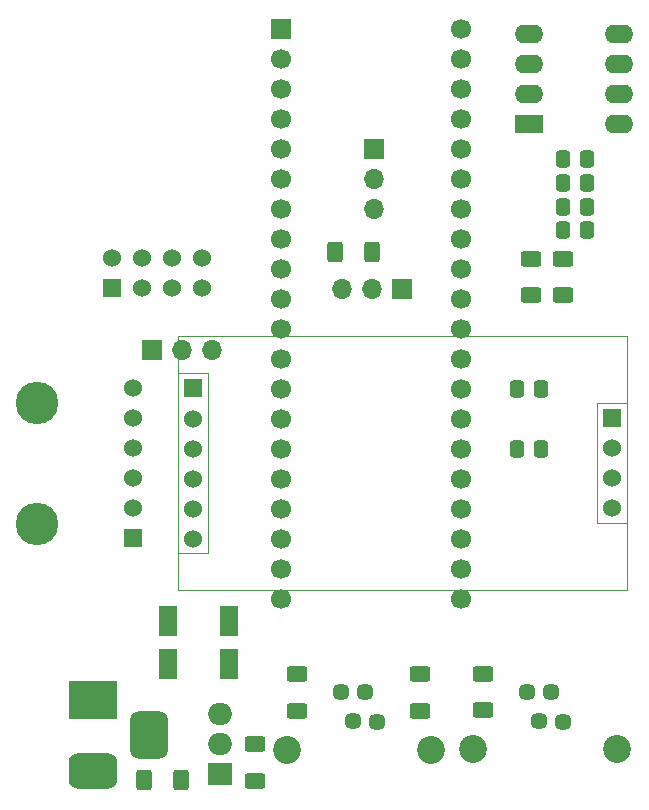
<source format=gbr>
G04 #@! TF.GenerationSoftware,KiCad,Pcbnew,(6.0.4)*
G04 #@! TF.CreationDate,2023-10-25T12:50:42+07:00*
G04 #@! TF.ProjectId,Station-Hardware-ver-01,53746174-696f-46e2-9d48-617264776172,rev?*
G04 #@! TF.SameCoordinates,Original*
G04 #@! TF.FileFunction,Soldermask,Bot*
G04 #@! TF.FilePolarity,Negative*
%FSLAX46Y46*%
G04 Gerber Fmt 4.6, Leading zero omitted, Abs format (unit mm)*
G04 Created by KiCad (PCBNEW (6.0.4)) date 2023-10-25 12:50:42*
%MOMM*%
%LPD*%
G01*
G04 APERTURE LIST*
G04 Aperture macros list*
%AMRoundRect*
0 Rectangle with rounded corners*
0 $1 Rounding radius*
0 $2 $3 $4 $5 $6 $7 $8 $9 X,Y pos of 4 corners*
0 Add a 4 corners polygon primitive as box body*
4,1,4,$2,$3,$4,$5,$6,$7,$8,$9,$2,$3,0*
0 Add four circle primitives for the rounded corners*
1,1,$1+$1,$2,$3*
1,1,$1+$1,$4,$5*
1,1,$1+$1,$6,$7*
1,1,$1+$1,$8,$9*
0 Add four rect primitives between the rounded corners*
20,1,$1+$1,$2,$3,$4,$5,0*
20,1,$1+$1,$4,$5,$6,$7,0*
20,1,$1+$1,$6,$7,$8,$9,0*
20,1,$1+$1,$8,$9,$2,$3,0*%
G04 Aperture macros list end*
%ADD10C,0.120000*%
%ADD11R,1.524000X1.524000*%
%ADD12C,1.524000*%
%ADD13C,1.700000*%
%ADD14R,1.700000X1.700000*%
%ADD15C,3.600000*%
%ADD16C,2.360000*%
%ADD17C,1.450000*%
%ADD18O,1.700000X1.700000*%
%ADD19RoundRect,0.800000X0.800000X-1.250000X0.800000X1.250000X-0.800000X1.250000X-0.800000X-1.250000X0*%
%ADD20RoundRect,0.750000X1.300000X-0.750000X1.300000X0.750000X-1.300000X0.750000X-1.300000X-0.750000X0*%
%ADD21R,4.100000X3.200000*%
%ADD22R,2.000000X1.905000*%
%ADD23O,2.000000X1.905000*%
%ADD24R,2.400000X1.600000*%
%ADD25O,2.400000X1.600000*%
%ADD26RoundRect,0.250000X0.625000X-0.400000X0.625000X0.400000X-0.625000X0.400000X-0.625000X-0.400000X0*%
%ADD27RoundRect,0.250000X-0.337500X-0.475000X0.337500X-0.475000X0.337500X0.475000X-0.337500X0.475000X0*%
%ADD28RoundRect,0.250000X0.550000X-1.050000X0.550000X1.050000X-0.550000X1.050000X-0.550000X-1.050000X0*%
%ADD29RoundRect,0.250000X0.400000X0.625000X-0.400000X0.625000X-0.400000X-0.625000X0.400000X-0.625000X0*%
%ADD30RoundRect,0.250000X-0.625000X0.400000X-0.625000X-0.400000X0.625000X-0.400000X0.625000X0.400000X0*%
%ADD31RoundRect,0.250000X0.337500X0.475000X-0.337500X0.475000X-0.337500X-0.475000X0.337500X-0.475000X0*%
%ADD32RoundRect,0.250000X-0.400000X-0.625000X0.400000X-0.625000X0.400000X0.625000X-0.400000X0.625000X0*%
G04 APERTURE END LIST*
D10*
G04 #@! TO.C,U2*
X220830000Y-75640000D02*
X218290000Y-75640000D01*
X218290000Y-75640000D02*
X218290000Y-85800000D01*
X218290000Y-85800000D02*
X220830000Y-85800000D01*
X220830000Y-85800000D02*
X220830000Y-75640000D01*
X220830000Y-69970000D02*
X182830000Y-69970000D01*
X182830000Y-69970000D02*
X182830000Y-91470000D01*
X182830000Y-91470000D02*
X220830000Y-91470000D01*
X220830000Y-91470000D02*
X220830000Y-69970000D01*
X182830000Y-73100000D02*
X185370000Y-73100000D01*
X185370000Y-73100000D02*
X185370000Y-88340000D01*
X185370000Y-88340000D02*
X182830000Y-88340000D01*
X182830000Y-88340000D02*
X182830000Y-73100000D01*
G04 #@! TD*
D11*
G04 #@! TO.C,U3*
X177270000Y-65930000D03*
D12*
X177270000Y-63390000D03*
X179810000Y-65930000D03*
X179810000Y-63390000D03*
X182350000Y-65930000D03*
X182350000Y-63390000D03*
X184890000Y-65930000D03*
X184890000Y-63390000D03*
G04 #@! TD*
D13*
G04 #@! TO.C,U1*
X206770000Y-43980000D03*
X206770000Y-46520000D03*
X206770000Y-49060000D03*
X206770000Y-51600000D03*
X206770000Y-54140000D03*
X206770000Y-56680000D03*
X206770000Y-59220000D03*
X206770000Y-61760000D03*
X206770000Y-64300000D03*
X206770000Y-66840000D03*
X206770000Y-69380000D03*
X206770000Y-71920000D03*
X206770000Y-74460000D03*
X206770000Y-77000000D03*
X206770000Y-79540000D03*
X206770000Y-82080000D03*
X206770000Y-84620000D03*
X206770000Y-87160000D03*
X206770000Y-89700000D03*
X206770000Y-92240000D03*
X191530000Y-92240000D03*
X191530000Y-89700000D03*
X191530000Y-87160000D03*
X191530000Y-84620000D03*
X191530000Y-82080000D03*
X191530000Y-79540000D03*
X191530000Y-77000000D03*
X191530000Y-74460000D03*
X191530000Y-71920000D03*
X191530000Y-69380000D03*
X191530000Y-66840000D03*
X191530000Y-64300000D03*
X191530000Y-61760000D03*
X191530000Y-59220000D03*
X191530000Y-56680000D03*
X191530000Y-54140000D03*
X191530000Y-51600000D03*
X191530000Y-49060000D03*
X191530000Y-46520000D03*
D14*
X191530000Y-43980000D03*
G04 #@! TD*
D15*
G04 #@! TO.C,U5*
X170870000Y-75670000D03*
X170870000Y-85910000D03*
D11*
X179020000Y-87140000D03*
D12*
X179020000Y-76980000D03*
X179020000Y-84600000D03*
X179020000Y-82060000D03*
X179020000Y-79520000D03*
X179020000Y-74440000D03*
G04 #@! TD*
D16*
G04 #@! TO.C,J4*
X192020000Y-105010000D03*
X204220000Y-105010000D03*
D17*
X196595000Y-100170000D03*
X198630000Y-100170000D03*
X197610000Y-102610000D03*
X199645000Y-102710000D03*
G04 #@! TD*
D14*
G04 #@! TO.C,J2*
X180665000Y-71165000D03*
D18*
X183205000Y-71165000D03*
X185745000Y-71165000D03*
G04 #@! TD*
D19*
G04 #@! TO.C,J1*
X180352500Y-103800000D03*
D20*
X175652500Y-106800000D03*
D21*
X175652500Y-100800000D03*
G04 #@! TD*
D22*
G04 #@! TO.C,U6*
X186405000Y-107110000D03*
D23*
X186405000Y-104570000D03*
X186405000Y-102030000D03*
G04 #@! TD*
D16*
G04 #@! TO.C,J5*
X207768000Y-105000000D03*
X219968000Y-105000000D03*
D17*
X212343000Y-100160000D03*
X214378000Y-100160000D03*
X213358000Y-102600000D03*
X215393000Y-102700000D03*
G04 #@! TD*
D24*
G04 #@! TO.C,U4*
X212583000Y-52060000D03*
D25*
X212583000Y-49520000D03*
X212583000Y-46980000D03*
X212583000Y-44440000D03*
X220203000Y-44440000D03*
X220203000Y-46980000D03*
X220203000Y-49520000D03*
X220203000Y-52060000D03*
G04 #@! TD*
D26*
G04 #@! TO.C,R7*
X189390000Y-107670000D03*
X189390000Y-104570000D03*
G04 #@! TD*
D27*
G04 #@! TO.C,C2*
X215415000Y-61060000D03*
X217490000Y-61060000D03*
G04 #@! TD*
D11*
G04 #@! TO.C,U2*
X219560000Y-76910000D03*
D12*
X219560000Y-79450000D03*
X219560000Y-81990000D03*
X219560000Y-84530000D03*
D11*
X184100000Y-74370000D03*
D12*
X184100000Y-76990000D03*
X184100000Y-82070000D03*
X184100000Y-79530000D03*
X184100000Y-84610000D03*
X184100000Y-87150000D03*
G04 #@! TD*
D28*
G04 #@! TO.C,C8*
X187130000Y-97760000D03*
X187130000Y-94160000D03*
G04 #@! TD*
D29*
G04 #@! TO.C,R8*
X183050000Y-107620000D03*
X179950000Y-107620000D03*
G04 #@! TD*
D30*
G04 #@! TO.C,R2*
X192930000Y-98610000D03*
X192930000Y-101710000D03*
G04 #@! TD*
D26*
G04 #@! TO.C,R4*
X212760000Y-66550000D03*
X212760000Y-63450000D03*
G04 #@! TD*
D14*
G04 #@! TO.C,J6*
X201770000Y-66040000D03*
D18*
X199230000Y-66040000D03*
X196690000Y-66040000D03*
G04 #@! TD*
D27*
G04 #@! TO.C,C3*
X215422500Y-59040000D03*
X217497500Y-59040000D03*
G04 #@! TD*
D26*
G04 #@! TO.C,R3*
X215420000Y-66540000D03*
X215420000Y-63440000D03*
G04 #@! TD*
D27*
G04 #@! TO.C,C4*
X215422500Y-57020000D03*
X217497500Y-57020000D03*
G04 #@! TD*
D28*
G04 #@! TO.C,C7*
X181990000Y-97760000D03*
X181990000Y-94160000D03*
G04 #@! TD*
D31*
G04 #@! TO.C,C1*
X213587500Y-74470000D03*
X211512500Y-74470000D03*
G04 #@! TD*
D32*
G04 #@! TO.C,R6*
X196120000Y-62860000D03*
X199220000Y-62860000D03*
G04 #@! TD*
D31*
G04 #@! TO.C,C6*
X213585000Y-79540000D03*
X211510000Y-79540000D03*
G04 #@! TD*
D30*
G04 #@! TO.C,R1*
X203310000Y-98610000D03*
X203310000Y-101710000D03*
G04 #@! TD*
D27*
G04 #@! TO.C,C5*
X215422500Y-55000000D03*
X217497500Y-55000000D03*
G04 #@! TD*
D14*
G04 #@! TO.C,J3*
X199415000Y-54125000D03*
D18*
X199415000Y-56665000D03*
X199415000Y-59205000D03*
G04 #@! TD*
D30*
G04 #@! TO.C,R5*
X208680000Y-98600000D03*
X208680000Y-101700000D03*
G04 #@! TD*
M02*

</source>
